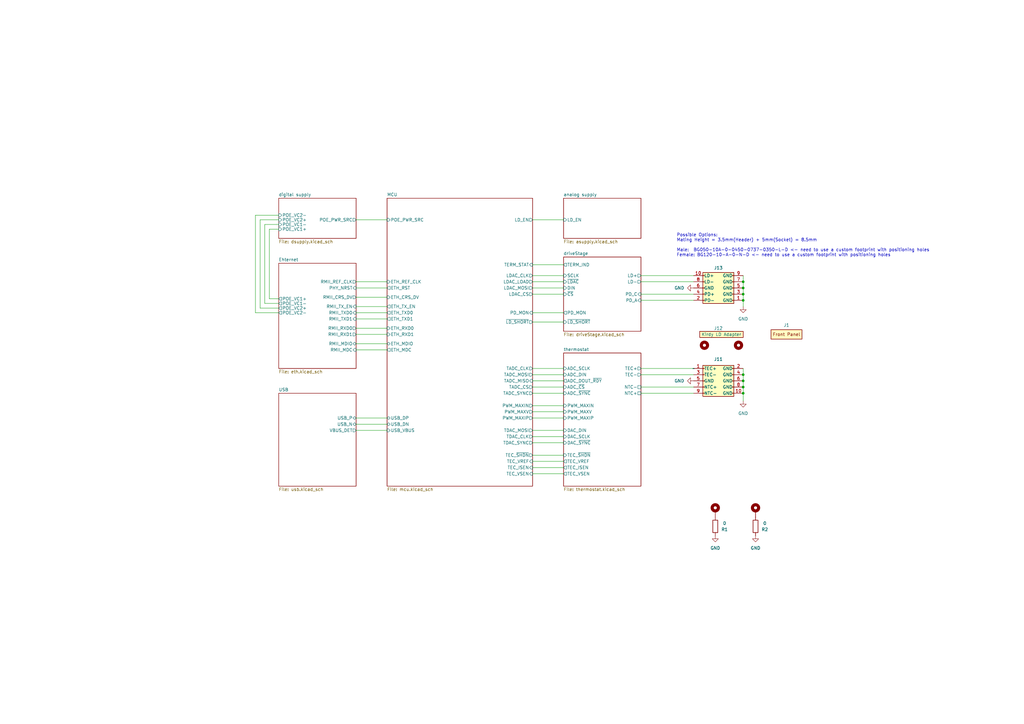
<source format=kicad_sch>
(kicad_sch (version 20230121) (generator eeschema)
  (paper "A3")
  (title_block (title "Kirdy") (date "2023-11-09") (rev "r0_3") (company "M-Labs Limited") (comment 1 "Linus Woo Chun Kit"))
  (lib_symbols
    (symbol "Device:R" (pin_numbers hide) (pin_names (offset 0))
      (property "Reference" "R" (at 2.032 0 90))
      (property "Value" "R" (at 0 0 90))
      (symbol "R_0_1"
        (rectangle (start -1.016 -2.54) (end 1.016 2.54) (stroke (width 0.254)))
      )
      (symbol "R_1_1"
        (pin passive line (at 0 3.81 270) (length 1.27) (name "~") (number "1"))
        (pin passive line (at 0 -3.81 90) (length 1.27) (name "~") (number "2"))
      )
    )
    (symbol "Mechanical:MountingHole" (pin_names (offset 1.016))
      (property "Reference" "H" (at 0 5.08 0))
      (property "Value" "MountingHole" (at 0 3.175 0))
      (symbol "MountingHole_0_1"
        (circle (center 0 0) (radius 1.27) (stroke (width 1.27)))
      )
    )
    (symbol "Mechanical:MountingHole_Pad" (pin_numbers hide) (pin_names (offset 1.016) hide)
      (property "Reference" "H" (at 0 6.35 0))
      (property "Value" "MountingHole_Pad" (at 0 4.445 0))
      (symbol "MountingHole_Pad_0_1"
        (circle (center 0 1.27) (radius 1.27) (stroke (width 1.27)))
      )
      (symbol "MountingHole_Pad_1_1"
        (pin input line (at 0 -2.54 90) (length 2.54) (name "1") (number "1"))
      )
    )
    (symbol "kirdy:Kirdy_Adapter_HDR1"
      (property "Reference" "J" (at 5.08 2.54 0))
      (symbol "Kirdy_Adapter_HDR1_1_1"
        (rectangle (start 3.81 -10.033) (end 4.445 -10.287) (stroke (width 0.1524)))
        (rectangle (start 3.81 -7.493) (end 4.445 -7.747) (stroke (width 0.1524)))
        (rectangle (start 3.81 -4.953) (end 4.445 -5.207) (stroke (width 0.1524)))
        (rectangle (start 3.81 -2.413) (end 4.445 -2.667) (stroke (width 0.1524)))
        (rectangle (start 3.81 0.127) (end 4.445 -0.127) (stroke (width 0.1524)))
        (rectangle (start 3.81 1.27) (end 16.51 -11.43) (stroke (width 0.254)) (fill (type background)))
        (rectangle (start 15.875 -10.033) (end 16.51 -10.287) (stroke (width 0.1524)))
        (rectangle (start 15.875 -7.493) (end 16.51 -7.747) (stroke (width 0.1524)))
        (rectangle (start 15.875 -4.953) (end 16.51 -5.207) (stroke (width 0.1524)))
        (rectangle (start 15.875 -2.413) (end 16.51 -2.667) (stroke (width 0.1524)))
        (rectangle (start 15.875 0.127) (end 16.51 -0.127) (stroke (width 0.1524)))
        (pin passive line (at 0 0 0) (length 3.81) (name "TEC+") (number "1"))
        (pin passive line (at 20.32 -10.16 180) (length 3.81) (name "GND") (number "10"))
        (pin passive line (at 20.32 0 180) (length 3.81) (name "GND") (number "2"))
        (pin passive line (at 0 -2.54 0) (length 3.81) (name "TEC-") (number "3"))
        (pin passive line (at 20.32 -2.54 180) (length 3.81) (name "GND") (number "4"))
        (pin passive line (at 0 -5.08 0) (length 3.81) (name "GND") (number "5"))
        (pin passive line (at 20.32 -5.08 180) (length 3.81) (name "GND") (number "6"))
        (pin passive line (at 0 -7.62 0) (length 3.81) (name "NTC+") (number "7"))
        (pin passive line (at 20.32 -7.62 180) (length 3.81) (name "GND") (number "8"))
        (pin passive line (at 0 -10.16 0) (length 3.81) (name "NTC-") (number "9"))
      )
    )
    (symbol "kirdy:Kirdy_Adapter_HDR2"
      (property "Reference" "J" (at 5.08 2.54 0))
      (symbol "Kirdy_Adapter_HDR2_1_1"
        (rectangle (start 3.81 -10.033) (end 4.445 -10.287) (stroke (width 0.1524)))
        (rectangle (start 3.81 -7.493) (end 4.445 -7.747) (stroke (width 0.1524)))
        (rectangle (start 3.81 -4.953) (end 4.445 -5.207) (stroke (width 0.1524)))
        (rectangle (start 3.81 -2.413) (end 4.445 -2.667) (stroke (width 0.1524)))
        (rectangle (start 3.81 0.127) (end 4.445 -0.127) (stroke (width 0.1524)))
        (rectangle (start 3.81 1.27) (end 16.51 -11.43) (stroke (width 0.254)) (fill (type background)))
        (rectangle (start 15.875 -10.033) (end 16.51 -10.287) (stroke (width 0.1524)))
        (rectangle (start 15.875 -7.493) (end 16.51 -7.747) (stroke (width 0.1524)))
        (rectangle (start 15.875 -4.953) (end 16.51 -5.207) (stroke (width 0.1524)))
        (rectangle (start 15.875 -2.413) (end 16.51 -2.667) (stroke (width 0.1524)))
        (rectangle (start 15.875 0.127) (end 16.51 -0.127) (stroke (width 0.1524)))
        (pin passive line (at 0 0 0) (length 3.81) (name "GND") (number "1"))
        (pin passive line (at 20.32 -10.16 180) (length 3.81) (name "LD+") (number "10"))
        (pin passive line (at 20.32 0 180) (length 3.81) (name "PD-") (number "2"))
        (pin passive line (at 0 -2.54 0) (length 3.81) (name "GND") (number "3"))
        (pin passive line (at 20.32 -2.54 180) (length 3.81) (name "PD+") (number "4"))
        (pin passive line (at 0 -5.08 0) (length 3.81) (name "GND") (number "5"))
        (pin passive line (at 20.32 -5.08 180) (length 3.81) (name "GND") (number "6"))
        (pin passive line (at 0 -7.62 0) (length 3.81) (name "GND") (number "7"))
        (pin passive line (at 20.32 -7.62 180) (length 3.81) (name "LD-") (number "8"))
        (pin passive line (at 0 -10.16 0) (length 3.81) (name "GND") (number "9"))
      )
    )
    (symbol "kirdy:Kirdy_LD_Adapter" (pin_names (offset 1.016) hide)
      (property "Reference" "J" (at -6.35 2.54 0))
      (property "Value" "Kirdy_LD_Adapter" (at 1.27 0 0))
      (symbol "Kirdy_LD_Adapter_1_1"
        (rectangle (start -7.62 1.27) (end 10.16 -1.27) (stroke (width 0.254)) (fill (type background)))
      )
    )
    (symbol "kirdy:Panel"
      (property "Reference" "J" (at 0.635 1.27 0))
      (symbol "Panel_1_1"
        (rectangle (start 0 0) (end 12.7 -3.81) (stroke (width 0.254)) (fill (type background)))
        (text "Front Panel" (at 6.35 -1.905 0) (effects (font (size 1.27 1.27))))
      )
    )
    (symbol "power:GND" (power) (pin_names (offset 0))
      (property "Value" "GND" (at 0 -3.81 0))
      (symbol "GND_0_1"
        (polyline (pts (xy 0 0) (xy 0 -1.27) (xy 1.27 -1.27) (xy 0 -2.54) (xy -1.27 -1.27) (xy 0 -1.27)))
      )
      (symbol "GND_1_1"
        (pin power_in line (at 0 0 270) (length 0) hide (name "GND") (number "1"))
      )
    )
  )
  (junction (at 304.8 118.11))
  (junction (at 304.8 153.67))
  (junction (at 304.8 158.75))
  (junction (at 304.8 161.29))
  (junction (at 304.8 120.65))
  (junction (at 304.8 123.19))
  (junction (at 304.8 115.57))
  (junction (at 304.8 156.21))
  (wire (pts (xy 304.8 153.67) (xy 304.8 156.21)))
  (wire (pts (xy 146.05 176.53) (xy 158.75 176.53)))
  (wire (pts (xy 108.585 92.075) (xy 108.585 124.46)))
  (wire (pts (xy 218.44 168.91) (xy 231.14 168.91)))
  (wire (pts (xy 106.68 126.365) (xy 106.68 90.17)))
  (wire (pts (xy 218.44 176.53) (xy 231.14 176.53)))
  (wire (pts (xy 304.8 151.13) (xy 304.8 153.67)))
  (wire (pts (xy 146.05 125.73) (xy 158.75 125.73)))
  (wire (pts (xy 304.8 115.57) (xy 304.8 118.11)))
  (wire (pts (xy 262.89 123.19) (xy 284.48 123.19)))
  (wire (pts (xy 114.3 122.555) (xy 110.49 122.555)))
  (wire (pts (xy 218.44 151.13) (xy 231.14 151.13)))
  (wire (pts (xy 146.05 173.99) (xy 158.75 173.99)))
  (wire (pts (xy 218.44 161.29) (xy 231.14 161.29)))
  (wire (pts (xy 146.05 115.57) (xy 158.75 115.57)))
  (wire (pts (xy 218.44 90.17) (xy 231.14 90.17)))
  (wire (pts (xy 218.44 171.45) (xy 231.14 171.45)))
  (wire (pts (xy 146.05 140.97) (xy 158.75 140.97)))
  (wire (pts (xy 218.44 194.31) (xy 231.14 194.31)))
  (wire (pts (xy 218.44 166.37) (xy 231.14 166.37)))
  (wire (pts (xy 218.44 189.23) (xy 231.14 189.23)))
  (wire (pts (xy 218.44 179.07) (xy 231.14 179.07)))
  (wire (pts (xy 262.89 161.29) (xy 284.48 161.29)))
  (wire (pts (xy 146.05 121.92) (xy 158.75 121.92)))
  (wire (pts (xy 146.05 171.45) (xy 158.75 171.45)))
  (wire (pts (xy 304.8 120.65) (xy 304.8 123.19)))
  (wire (pts (xy 262.89 113.03) (xy 284.48 113.03)))
  (wire (pts (xy 146.05 90.17) (xy 158.75 90.17)))
  (wire (pts (xy 114.3 92.075) (xy 108.585 92.075)))
  (wire (pts (xy 110.49 93.98) (xy 114.3 93.98)))
  (wire (pts (xy 304.8 156.21) (xy 304.8 158.75)))
  (wire (pts (xy 106.68 90.17) (xy 114.3 90.17)))
  (wire (pts (xy 110.49 122.555) (xy 110.49 93.98)))
  (wire (pts (xy 304.8 158.75) (xy 304.8 161.29)))
  (wire (pts (xy 114.3 88.265) (xy 104.775 88.265)))
  (wire (pts (xy 304.8 123.19) (xy 304.8 125.73)))
  (wire (pts (xy 146.05 130.81) (xy 158.75 130.81)))
  (wire (pts (xy 218.44 115.57) (xy 231.14 115.57)))
  (wire (pts (xy 262.89 120.65) (xy 284.48 120.65)))
  (wire (pts (xy 146.05 118.11) (xy 158.75 118.11)))
  (wire (pts (xy 114.3 126.365) (xy 106.68 126.365)))
  (wire (pts (xy 146.05 128.27) (xy 158.75 128.27)))
  (wire (pts (xy 304.8 161.29) (xy 304.8 164.465)))
  (wire (pts (xy 262.89 158.75) (xy 284.48 158.75)))
  (wire (pts (xy 104.775 88.265) (xy 104.775 128.27)))
  (wire (pts (xy 218.44 132.08) (xy 231.14 132.08)))
  (wire (pts (xy 146.05 134.62) (xy 158.75 134.62)))
  (wire (pts (xy 218.44 118.11) (xy 231.14 118.11)))
  (wire (pts (xy 304.8 113.03) (xy 304.8 115.57)))
  (wire (pts (xy 218.44 156.21) (xy 231.14 156.21)))
  (wire (pts (xy 304.8 118.11) (xy 304.8 120.65)))
  (wire (pts (xy 218.44 128.27) (xy 231.14 128.27)))
  (wire (pts (xy 218.44 186.69) (xy 231.14 186.69)))
  (wire (pts (xy 218.44 153.67) (xy 231.14 153.67)))
  (wire (pts (xy 218.44 108.585) (xy 231.14 108.585)))
  (wire (pts (xy 218.44 181.61) (xy 231.14 181.61)))
  (wire (pts (xy 218.44 158.75) (xy 231.14 158.75)))
  (wire (pts (xy 218.44 120.65) (xy 231.14 120.65)))
  (wire (pts (xy 262.89 151.13) (xy 284.48 151.13)))
  (wire (pts (xy 262.89 153.67) (xy 284.48 153.67)))
  (wire (pts (xy 108.585 124.46) (xy 114.3 124.46)))
  (wire (pts (xy 146.05 143.51) (xy 158.75 143.51)))
  (wire (pts (xy 262.89 115.57) (xy 284.48 115.57)))
  (wire (pts (xy 104.775 128.27) (xy 114.3 128.27)))
  (wire (pts (xy 218.44 191.77) (xy 231.14 191.77)))
  (wire (pts (xy 218.44 113.03) (xy 231.14 113.03)))
  (wire (pts (xy 146.05 137.16) (xy 158.75 137.16)))
  (text "Possible Options:\nMating Height = 3.5mm(Header) + 5mm(Socket) = 8.5mm\n\nMale:  BG050-10A-0-0450-0737-0350-L-D <- need to use a custom footprint with positioning holes\nFemale: BG120-10-A-0-N-D <- need to use a custom footprint with positioning holes" (at 277.495 105.41 0) (effects (font (size 1.27 1.27)) (justify left bottom)))
  (symbol (lib_id "power:GND") (at 309.88 219.71 0) (unit 1)
    (property "Reference" "#PWR06" (effects hide))
    (property "Value" "GND" (at 309.88 224.79 0))
  )
  (symbol (lib_id "Device:R") (at 293.37 215.9 180) (unit 1)
    (property "Reference" "R1" (at 297.18 217.17 0))
    (property "Value" "0" (at 297.18 214.63 0))
    (property "Footprint" "Resistor_SMD:R_0603_1608Metric" (effects hide))
    (property "MFR_PN" "RMCF0603ZT0R00" (effects hide))
    (property "MFR_PN_ALT" "CR0603-J/-000ELF" (effects hide))
  )
  (symbol (lib_id "kirdy:Kirdy_LD_Adapter") (at 294.64 137.16 0) (unit 1)
    (property "Reference" "J12" (at 294.64 134.62 0))
    (property "Value" "Kirdy LD Adapter" (at 295.91 137.16 0))
    (property "Footprint" "kirdy:Kirdy_LD_Adapter" (effects hide))
    (property "MFR_PN" "Kirdy_LD_Adapter_PCB" (effects hide))
  )
  (symbol (lib_id "kirdy:Kirdy_Adapter_HDR2") (at 304.8 123.19 180) (unit 1)
    (property "Reference" "J13" (at 294.64 109.855 0))
    (property "Value" "~" (at 304.8 123.19 0))
    (property "Footprint" "kirdy:BG050-10A-0-0450-0737-0350-L-D" (effects hide))
  )
  (symbol (lib_id "kirdy:Panel") (at 316.23 135.255 0) (unit 1)
    (property "Reference" "J1" (at 322.58 133.35 0))
    (property "Value" "Kirdy Front Panel" (effects hide))
    (property "Footprint" "kirdy:Panel" (effects hide))
    (property "MFR_PN" "Kirdy Front Panel" (effects hide))
  )
  (symbol (lib_id "power:GND") (at 304.8 125.73 0) (unit 1)
    (property "Reference" "#PWR05" (effects hide))
    (property "Value" "GND" (at 304.8 130.81 0))
  )
  (symbol (lib_id "Mechanical:MountingHole") (at 302.895 141.605 0) (unit 1)
    (property "Reference" "H4" (effects hide))
    (property "Value" "MountingHole_Pad" (effects hide))
    (property "Footprint" "MountingHole:MountingHole_2.7mm_M2.5" (effects hide))
  )
  (symbol (lib_id "power:GND") (at 284.48 118.11 270) (unit 1)
    (property "Reference" "#PWR04" (effects hide))
    (property "Value" "GND" (at 280.67 118.11 90) (effects (justify right)))
  )
  (symbol (lib_id "Mechanical:MountingHole_Pad") (at 293.37 209.55 0) (unit 1) (in_bom no)
    (property "Reference" "H1" (effects hide))
    (property "Value" "MountingHole_Pad" (effects hide))
    (property "Footprint" "MountingHole:MountingHole_2.7mm_M2.5_Pad_Via" (effects hide))
  )
  (symbol (lib_id "Mechanical:MountingHole_Pad") (at 309.88 209.55 0) (unit 1) (in_bom no)
    (property "Reference" "H2" (effects hide))
    (property "Value" "MountingHole_Pad" (effects hide))
    (property "Footprint" "MountingHole:MountingHole_2.7mm_M2.5_Pad_Via" (effects hide))
  )
  (symbol (lib_id "Mechanical:MountingHole") (at 288.925 141.605 0) (unit 1)
    (property "Reference" "H3" (effects hide))
    (property "Value" "MountingHole_Pad" (effects hide))
    (property "Footprint" "MountingHole:MountingHole_2.7mm_M2.5" (effects hide))
  )
  (symbol (lib_id "power:GND") (at 293.37 219.71 0) (unit 1)
    (property "Reference" "#PWR03" (effects hide))
    (property "Value" "GND" (at 293.37 224.79 0))
  )
  (symbol (lib_id "power:GND") (at 284.48 156.21 270) (unit 1)
    (property "Reference" "#PWR02" (effects hide))
    (property "Value" "GND" (at 280.67 156.21 90) (effects (justify right)))
  )
  (symbol (lib_id "kirdy:Kirdy_Adapter_HDR1") (at 284.48 151.13 0) (unit 1)
    (property "Reference" "J11" (at 294.64 147.32 0))
    (property "Value" "~" (at 284.48 151.13 0))
    (property "Footprint" "kirdy:BG050-10A-0-0450-0737-0350-L-D" (effects hide))
  )
  (symbol (lib_id "power:GND") (at 304.8 164.465 0) (unit 1)
    (property "Reference" "#PWR01" (effects hide))
    (property "Value" "GND" (at 304.8 169.545 0))
  )
  (symbol (lib_id "Device:R") (at 309.88 215.9 180) (unit 1)
    (property "Reference" "R2" (at 313.69 217.17 0))
    (property "Value" "0" (at 313.69 214.63 0))
    (property "Footprint" "Resistor_SMD:R_0603_1608Metric" (effects hide))
    (property "MFR_PN" "RMCF0603ZT0R00" (effects hide))
    (property "MFR_PN_ALT" "CR0603-J/-000ELF" (effects hide))
  )
  (sheet (at 114.3 107.95) (size 31.75 43.18) (stroke (width 0.1524))
    (property "Sheetname" "Ehternet" (at 114.3 107.2384 0) (effects (justify left bottom)))
    (property "Sheetfile" "eth.kicad_sch" (at 114.3 151.7146 0) (effects (justify left top)))
    (pin "RMII_MDIO" bidirectional (at 146.05 140.97 0))
    (pin "PHY_NRST" input (at 146.05 118.11 0))
    (pin "RMII_MDC" input (at 146.05 143.51 0))
    (pin "RMII_CRS_DV" output (at 146.05 121.92 0))
    (pin "RMII_TX_EN" input (at 146.05 125.73 0))
    (pin "RMII_TXD0" input (at 146.05 128.27 0))
    (pin "RMII_TXD1" input (at 146.05 130.81 0))
    (pin "RMII_RXD0" output (at 146.05 134.62 0))
    (pin "RMII_RXD1" output (at 146.05 137.16 0))
    (pin "RMII_REF_CLK" output (at 146.05 115.57 0))
    (pin "POE_VC1+" output (at 114.3 122.555 180))
    (pin "POE_VC1-" output (at 114.3 124.46 180))
    (pin "POE_VC2+" output (at 114.3 126.365 180))
    (pin "POE_VC2-" output (at 114.3 128.27 180))
  )
  (sheet (at 114.3 161.29) (size 31.75 38.1) (stroke (width 0.1524))
    (property "Sheetname" "USB" (at 114.3 160.5784 0) (effects (justify left bottom)))
    (property "Sheetfile" "usb.kicad_sch" (at 114.3 199.9746 0) (effects (justify left top)))
    (pin "USB_N" bidirectional (at 146.05 173.99 0))
    (pin "USB_P" bidirectional (at 146.05 171.45 0))
    (pin "VBUS_DET" output (at 146.05 176.53 0))
  )
  (sheet (at 231.14 105.41) (size 31.75 30.48) (stroke (width 0.1524))
    (property "Sheetname" "driveStage" (at 231.14 104.6984 0) (effects (justify left bottom)))
    (property "Sheetfile" "driveStage.kicad_sch" (at 231.14 136.4746 0) (effects (justify left top)))
    (pin "LD-" output (at 262.89 115.57 0))
    (pin "LD+" output (at 262.89 113.03 0))
    (pin "SCLK" input (at 231.14 113.03 180))
    (pin "DIN" input (at 231.14 118.11 180))
    (pin "~{LDAC}" input (at 231.14 115.57 180))
    (pin "~{CS}" input (at 231.14 120.65 180))
    (pin "PD_A" input (at 262.89 123.19 0))
    (pin "PD_C" input (at 262.89 120.65 0))
    (pin "PD_MON" output (at 231.14 128.27 180))
    (pin "~{LD_SHORT}" input (at 231.14 132.08 180))
    (pin "TERM_IND" output (at 231.14 108.585 180))
  )
  (sheet (at 114.3 81.28) (size 31.75 16.51) (stroke (width 0.1524))
    (property "Sheetname" "digital supply" (at 114.3 80.5684 0) (effects (justify left bottom)))
    (property "Sheetfile" "dsupply.kicad_sch" (at 114.3 98.3746 0) (effects (justify left top)))
    (pin "POE_PWR_SRC" output (at 146.05 90.17 0))
    (pin "POE_VC1-" input (at 114.3 92.075 180))
    (pin "POE_VC2-" input (at 114.3 88.265 180))
    (pin "POE_VC1+" input (at 114.3 93.98 180))
    (pin "POE_VC2+" input (at 114.3 90.17 180))
  )
  (sheet (at 231.14 144.78) (size 31.75 54.61) (stroke (width 0.1524))
    (property "Sheetname" "thermostat" (at 231.14 144.0684 0) (effects (justify left bottom)))
    (property "Sheetfile" "thermostat.kicad_sch" (at 231.14 199.9746 0) (effects (justify left top)))
    (pin "TEC-" output (at 262.89 153.67 0))
    (pin "TEC+" output (at 262.89 151.13 0))
    (pin "NTC-" passive (at 262.89 158.75 0))
    (pin "NTC+" passive (at 262.89 161.29 0))
    (pin "DAC_~{SYNC}" input (at 231.14 181.61 180))
    (pin "DAC_SCLK" input (at 231.14 179.07 180))
    (pin "DAC_DIN" input (at 231.14 176.53 180))
    (pin "PWM_MAXV" input (at 231.14 168.91 180))
    (pin "ADC_SCLK" input (at 231.14 151.13 180))
    (pin "ADC_DIN" input (at 231.14 153.67 180))
    (pin "ADC_DOUT_~{RDY}" output (at 231.14 156.21 180))
    (pin "ADC_~{CS}" input (at 231.14 158.75 180))
    (pin "ADC_~{SYNC}" input (at 231.14 161.29 180))
    (pin "PWM_MAXIN" input (at 231.14 166.37 180))
    (pin "PWM_MAXIP" input (at 231.14 171.45 180))
    (pin "TEC_~{SHDN}" input (at 231.14 186.69 180))
    (pin "TEC_ISEN" output (at 231.14 191.77 180))
    (pin "TEC_VREF" output (at 231.14 189.23 180))
    (pin "TEC_VSEN" output (at 231.14 194.31 180))
  )
  (sheet (at 231.14 81.28) (size 31.75 16.51) (stroke (width 0.1524))
    (property "Sheetname" "analog supply" (at 231.14 80.5684 0) (effects (justify left bottom)))
    (property "Sheetfile" "asupply.kicad_sch" (at 231.14 98.3746 0) (effects (justify left top)))
    (pin "LD_EN" input (at 231.14 90.17 180))
  )
  (sheet (at 158.75 81.28) (size 59.69 118.11) (stroke (width 0.1524))
    (property "Sheetname" "MCU" (at 158.75 80.5684 0) (effects (justify left bottom)))
    (property "Sheetfile" "mcu.kicad_sch" (at 158.75 199.9746 0) (effects (justify left top)))
    (pin "ETH_RST" output (at 158.75 118.11 180))
    (pin "ETH_MDIO" bidirectional (at 158.75 140.97 180))
    (pin "PD_MON" input (at 218.44 128.27 0))
    (pin "TEC_~{SHDN}" output (at 218.44 186.69 0))
    (pin "TEC_VREF" input (at 218.44 189.23 0))
    (pin "ETH_CRS_DV" input (at 158.75 121.92 180))
    (pin "USB_VBUS" input (at 158.75 176.53 180))
    (pin "TEC_ISEN" input (at 218.44 191.77 0))
    (pin "TEC_VSEN" input (at 218.44 194.31 0))
    (pin "USB_DP" bidirectional (at 158.75 171.45 180))
    (pin "USB_DN" bidirectional (at 158.75 173.99 180))
    (pin "TADC_CS" output (at 218.44 158.75 0))
    (pin "LDAC_CLK" output (at 218.44 113.03 0))
    (pin "ETH_TX_EN" output (at 158.75 125.73 180))
    (pin "ETH_TXD0" output (at 158.75 128.27 180))
    (pin "ETH_TXD1" output (at 158.75 130.81 180))
    (pin "LDAC_LOAD" output (at 218.44 115.57 0))
    (pin "POE_PWR_SRC" input (at 158.75 90.17 180))
    (pin "ETH_RXD0" input (at 158.75 134.62 180))
    (pin "ETH_RXD1" input (at 158.75 137.16 180))
    (pin "LDAC_MOSI" output (at 218.44 118.11 0))
    (pin "TADC_MOSI" output (at 218.44 153.67 0))
    (pin "TADC_MISO" input (at 218.44 156.21 0))
    (pin "PWM_MAXIP" output (at 218.44 171.45 0))
    (pin "ETH_MDC" output (at 158.75 143.51 180))
    (pin "LDAC_CS" output (at 218.44 120.65 0))
    (pin "TADC_SYNC" output (at 218.44 161.29 0))
    (pin "TDAC_CLK" output (at 218.44 179.07 0))
    (pin "TDAC_SYNC" output (at 218.44 181.61 0))
    (pin "TDAC_MOSI" output (at 218.44 176.53 0))
    (pin "PWM_MAXIN" output (at 218.44 166.37 0))
    (pin "PWM_MAXV" output (at 218.44 168.91 0))
    (pin "TADC_CLK" output (at 218.44 151.13 0))
    (pin "ETH_REF_CLK" input (at 158.75 115.57 180))
    (pin "LD_EN" output (at 218.44 90.17 0))
    (pin "~{LD_SHORT}" output (at 218.44 132.08 0))
    (pin "TERM_STAT" input (at 218.44 108.585 0))
  )
)
</source>
